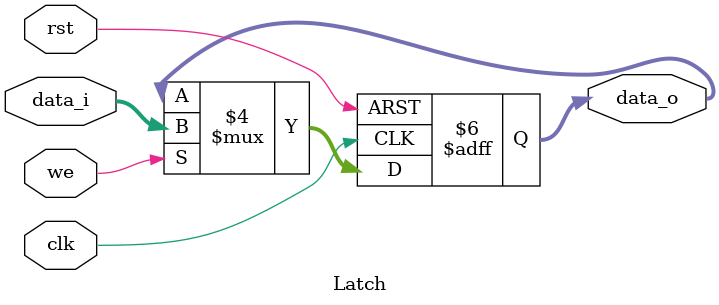
<source format=v>
module Latch #(parameter width=32) (
	input					clk,
	input      				rst,
	input      				we,
	input      	[width-1:0]	data_i,
	output reg 	[width-1:0]	data_o
);
	
	initial begin
		data_o = {width{1'b0}};
	end

	always @ (posedge clk or negedge rst) begin
  		if(~rst)
   			data_o <= {width{1'b0}};
  		else if(we)
    		data_o <= data_i;
    end

endmodule

</source>
